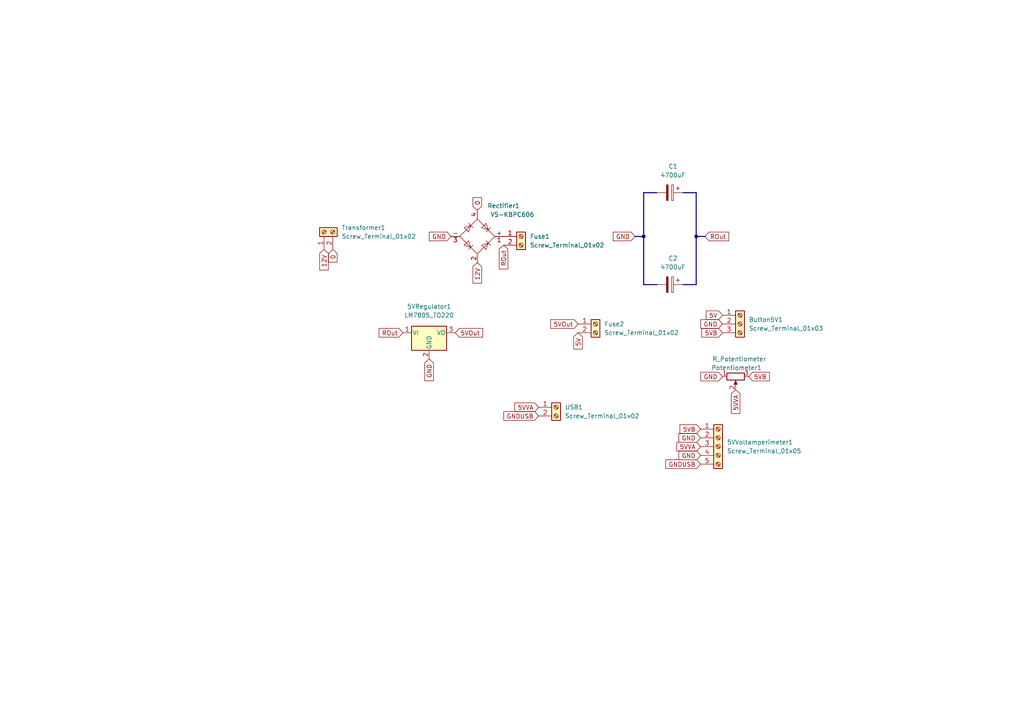
<source format=kicad_sch>
(kicad_sch (version 20211123) (generator eeschema)
  (paper "A4")
  (lib_symbols
    (symbol "Connector:Screw_Terminal_01x02" (pin_names (offset 1.016) hide)
      (property "Reference" "J" (at 0 2.54 0))
      (property "Value" "Screw_Terminal_01x02" (at 0 -5.08 0))
      (symbol "Screw_Terminal_01x02_1_1"
        (rectangle (start -1.27 1.27) (end 1.27 -3.81) (stroke (width 0.254)) (fill (type background)))
        (circle (center 0 -2.54) (radius 0.635) (stroke (width 0.1524)))
        (polyline (pts (xy -0.5334 -2.2098) (xy 0.3302 -3.048)) (stroke (width 0.1524)))
        (polyline (pts (xy -0.5334 0.3302) (xy 0.3302 -0.508)) (stroke (width 0.1524)))
        (polyline (pts (xy -0.3556 -2.032) (xy 0.508 -2.8702)) (stroke (width 0.1524)))
        (polyline (pts (xy -0.3556 0.508) (xy 0.508 -0.3302)) (stroke (width 0.1524)))
        (circle (center 0 0) (radius 0.635) (stroke (width 0.1524)))
        (pin passive line (at -5.08 0 0) (length 3.81) (name "Pin_1") (number "1"))
        (pin passive line (at -5.08 -2.54 0) (length 3.81) (name "Pin_2") (number "2"))
      )
    )
    (symbol "Connector:Screw_Terminal_01x03" (pin_names (offset 1.016) hide)
      (property "Reference" "J" (at 0 5.08 0))
      (property "Value" "Screw_Terminal_01x03" (at 0 -5.08 0))
      (symbol "Screw_Terminal_01x03_1_1"
        (rectangle (start -1.27 3.81) (end 1.27 -3.81) (stroke (width 0.254)) (fill (type background)))
        (circle (center 0 -2.54) (radius 0.635) (stroke (width 0.1524)))
        (polyline (pts (xy -0.5334 -2.2098) (xy 0.3302 -3.048)) (stroke (width 0.1524)))
        (polyline (pts (xy -0.5334 0.3302) (xy 0.3302 -0.508)) (stroke (width 0.1524)))
        (polyline (pts (xy -0.5334 2.8702) (xy 0.3302 2.032)) (stroke (width 0.1524)))
        (polyline (pts (xy -0.3556 -2.032) (xy 0.508 -2.8702)) (stroke (width 0.1524)))
        (polyline (pts (xy -0.3556 0.508) (xy 0.508 -0.3302)) (stroke (width 0.1524)))
        (polyline (pts (xy -0.3556 3.048) (xy 0.508 2.2098)) (stroke (width 0.1524)))
        (circle (center 0 0) (radius 0.635) (stroke (width 0.1524)))
        (circle (center 0 2.54) (radius 0.635) (stroke (width 0.1524)))
        (pin passive line (at -5.08 2.54 0) (length 3.81) (name "Pin_1") (number "1"))
        (pin passive line (at -5.08 0 0) (length 3.81) (name "Pin_2") (number "2"))
        (pin passive line (at -5.08 -2.54 0) (length 3.81) (name "Pin_3") (number "3"))
      )
    )
    (symbol "Connector:Screw_Terminal_01x05" (pin_names (offset 1.016) hide)
      (property "Reference" "J" (at 0 7.62 0))
      (property "Value" "Screw_Terminal_01x05" (at 0 -7.62 0))
      (symbol "Screw_Terminal_01x05_1_1"
        (rectangle (start -1.27 6.35) (end 1.27 -6.35) (stroke (width 0.254)) (fill (type background)))
        (circle (center 0 -5.08) (radius 0.635) (stroke (width 0.1524)))
        (circle (center 0 -2.54) (radius 0.635) (stroke (width 0.1524)))
        (polyline (pts (xy -0.5334 -4.7498) (xy 0.3302 -5.588)) (stroke (width 0.1524)))
        (polyline (pts (xy -0.5334 -2.2098) (xy 0.3302 -3.048)) (stroke (width 0.1524)))
        (polyline (pts (xy -0.5334 0.3302) (xy 0.3302 -0.508)) (stroke (width 0.1524)))
        (polyline (pts (xy -0.5334 2.8702) (xy 0.3302 2.032)) (stroke (width 0.1524)))
        (polyline (pts (xy -0.5334 5.4102) (xy 0.3302 4.572)) (stroke (width 0.1524)))
        (polyline (pts (xy -0.3556 -4.572) (xy 0.508 -5.4102)) (stroke (width 0.1524)))
        (polyline (pts (xy -0.3556 -2.032) (xy 0.508 -2.8702)) (stroke (width 0.1524)))
        (polyline (pts (xy -0.3556 0.508) (xy 0.508 -0.3302)) (stroke (width 0.1524)))
        (polyline (pts (xy -0.3556 3.048) (xy 0.508 2.2098)) (stroke (width 0.1524)))
        (polyline (pts (xy -0.3556 5.588) (xy 0.508 4.7498)) (stroke (width 0.1524)))
        (circle (center 0 0) (radius 0.635) (stroke (width 0.1524)))
        (circle (center 0 2.54) (radius 0.635) (stroke (width 0.1524)))
        (circle (center 0 5.08) (radius 0.635) (stroke (width 0.1524)))
        (pin passive line (at -5.08 5.08 0) (length 3.81) (name "Pin_1") (number "1"))
        (pin passive line (at -5.08 2.54 0) (length 3.81) (name "Pin_2") (number "2"))
        (pin passive line (at -5.08 0 0) (length 3.81) (name "Pin_3") (number "3"))
        (pin passive line (at -5.08 -2.54 0) (length 3.81) (name "Pin_4") (number "4"))
        (pin passive line (at -5.08 -5.08 0) (length 3.81) (name "Pin_5") (number "5"))
      )
    )
    (symbol "Device:C_Polarized" (pin_numbers hide) (pin_names (offset 0.254))
      (property "Reference" "C" (at 0.635 2.54 0))
      (property "Value" "C_Polarized" (at 0.635 -2.54 0))
      (symbol "C_Polarized_0_1"
        (rectangle (start -2.286 0.508) (end 2.286 1.016))
        (polyline (pts (xy -1.778 2.286) (xy -0.762 2.286)))
        (polyline (pts (xy -1.27 2.794) (xy -1.27 1.778)))
        (rectangle (start 2.286 -0.508) (end -2.286 -1.016) (fill (type outline)))
      )
      (symbol "C_Polarized_1_1"
        (pin passive line (at 0 3.81 270) (length 2.794) (name "~") (number "1"))
        (pin passive line (at 0 -3.81 90) (length 2.794) (name "~") (number "2"))
      )
    )
    (symbol "Device:R_Potentiometer" (pin_names (offset 1.016) hide)
      (property "Reference" "Potentiometer" (at 8.89 2.54 90))
      (property "Value" "R_Potentiometer" (at 3.81 5.08 90))
      (symbol "R_Potentiometer_0_1"
        (polyline (pts (xy 2.54 0) (xy 1.524 0)))
        (polyline (pts (xy 1.143 0) (xy 2.286 0.508) (xy 2.286 -0.508) (xy 1.143 0)) (fill (type outline)))
        (rectangle (start 1.016 2.54) (end -1.016 -2.54) (stroke (width 0.254)))
      )
      (symbol "R_Potentiometer_1_1"
        (pin passive line (at 0 -3.81 90) (length 1.27) (name "GND") (number "1"))
        (pin passive line (at 3.81 0 180) (length 1.27) (name "2") (number "2"))
        (pin passive line (at 0 3.81 270) (length 1.27) (name "V") (number "3"))
      )
    )
    (symbol "Diode_Bridge:VS-KBPC606" (pin_names (offset 0))
      (property "Reference" "D" (at 2.54 6.985 0))
      (property "Value" "VS-KBPC606" (at 2.54 5.08 0))
      (symbol "VS-KBPC606_0_1"
        (polyline (pts (xy -2.54 3.81) (xy -1.27 2.54)))
        (polyline (pts (xy -1.27 -2.54) (xy -2.54 -3.81)))
        (polyline (pts (xy 2.54 -1.27) (xy 3.81 -2.54)))
        (polyline (pts (xy 2.54 1.27) (xy 3.81 2.54)))
        (polyline (pts (xy -3.81 2.54) (xy -2.54 1.27) (xy -1.905 3.175) (xy -3.81 2.54)))
        (polyline (pts (xy -2.54 -1.27) (xy -3.81 -2.54) (xy -1.905 -3.175) (xy -2.54 -1.27)))
        (polyline (pts (xy 1.27 2.54) (xy 2.54 3.81) (xy 3.175 1.905) (xy 1.27 2.54)))
        (polyline (pts (xy 3.175 -1.905) (xy 1.27 -2.54) (xy 2.54 -3.81) (xy 3.175 -1.905)))
        (polyline (pts (xy -5.08 0) (xy 0 -5.08) (xy 5.08 0) (xy 0 5.08) (xy -5.08 0)))
      )
      (symbol "VS-KBPC606_1_1"
        (pin passive line (at 7.62 0 180) (length 2.54) (name "+") (number "1"))
        (pin passive line (at 0 -7.62 90) (length 2.54) (name "~") (number "2"))
        (pin passive line (at -7.62 0 0) (length 2.54) (name "-") (number "3"))
        (pin passive line (at 0 7.62 270) (length 2.54) (name "~") (number "4"))
      )
    )
    (symbol "Regulator_Linear:LM7805_TO220" (pin_names (offset 0.254))
      (property "Reference" "U" (at -3.81 3.175 0))
      (property "Value" "LM7805_TO220" (at 0 3.175 0))
      (symbol "LM7805_TO220_0_1"
        (rectangle (start -5.08 1.905) (end 5.08 -5.08) (stroke (width 0.254)) (fill (type background)))
      )
      (symbol "LM7805_TO220_1_1"
        (pin power_in line (at -7.62 0 0) (length 2.54) (name "VI") (number "1"))
        (pin power_in line (at 0 -7.62 90) (length 2.54) (name "GND") (number "2"))
        (pin power_out line (at 7.62 0 180) (length 2.54) (name "VO") (number "3"))
      )
    )
  )
  (junction (at 186.69 68.58))
  (junction (at 201.93 68.58))
  (bus (pts (xy 186.69 55.88) (xy 186.69 68.58)))
  (bus (pts (xy 198.12 82.55) (xy 201.93 82.55)))
  (bus (pts (xy 201.93 68.58) (xy 204.47 68.58)))
  (bus (pts (xy 184.15 68.58) (xy 186.69 68.58)))
  (bus (pts (xy 186.69 82.55) (xy 190.5 82.55)))
  (bus (pts (xy 198.12 55.88) (xy 201.93 55.88)))
  (bus (pts (xy 201.93 68.58) (xy 201.93 55.88)))
  (bus (pts (xy 186.69 68.58) (xy 186.69 82.55)))
  (bus (pts (xy 201.93 68.58) (xy 201.93 82.55)))
  (bus (pts (xy 190.5 55.88) (xy 186.69 55.88)))
  (global_label "ROut" (shape input) (at 116.84 96.52 180) (property "Intersheet References" "${INTERSHEET_REFS}" (effects hide)))
  (global_label "5VOut" (shape input) (at 167.64 93.98 180) (property "Intersheet References" "${INTERSHEET_REFS}" (effects hide)))
  (global_label "ROut" (shape input) (at 146.05 71.12 270) (property "Intersheet References" "${INTERSHEET_REFS}" (effects hide)))
  (global_label "ROut" (shape input) (at 204.47 68.58 0) (property "Intersheet References" "${INTERSHEET_REFS}" (effects hide)))
  (global_label "12V" (shape input) (at 138.43 76.2 270) (property "Intersheet References" "${INTERSHEET_REFS}" (effects hide)))
  (global_label "12V" (shape input) (at 93.98 72.39 270) (property "Intersheet References" "${INTERSHEET_REFS}" (effects hide)))
  (global_label "5VB" (shape input) (at 203.2 124.46 180) (property "Intersheet References" "${INTERSHEET_REFS}" (effects hide)))
  (global_label "5VB" (shape input) (at 209.55 96.52 180) (property "Intersheet References" "${INTERSHEET_REFS}" (effects hide)))
  (global_label "GND" (shape input) (at 203.2 132.08 180) (property "Intersheet References" "${INTERSHEET_REFS}" (effects hide)))
  (global_label "0" (shape input) (at 96.52 72.39 270) (property "Intersheet References" "${INTERSHEET_REFS}" (effects hide)))
  (global_label "GND" (shape input) (at 124.46 104.14 270) (property "Intersheet References" "${INTERSHEET_REFS}" (effects hide)))
  (global_label "5VOut" (shape input) (at 132.08 96.52 0) (property "Intersheet References" "${INTERSHEET_REFS}" (effects hide)))
  (global_label "5VVA" (shape input) (at 213.36 113.03 270) (property "Intersheet References" "${INTERSHEET_REFS}" (effects hide)))
  (global_label "5V" (shape input) (at 209.55 91.44 180) (property "Intersheet References" "${INTERSHEET_REFS}" (effects hide)))
  (global_label "5V" (shape input) (at 167.64 96.52 270) (property "Intersheet References" "${INTERSHEET_REFS}" (effects hide)))
  (global_label "GND" (shape input) (at 209.55 109.22 180) (property "Intersheet References" "${INTERSHEET_REFS}" (effects hide)))
  (global_label "GND" (shape input) (at 203.2 127 180) (property "Intersheet References" "${INTERSHEET_REFS}" (effects hide)))
  (global_label "GND" (shape input) (at 184.15 68.58 180) (property "Intersheet References" "${INTERSHEET_REFS}" (effects hide)))
  (global_label "5VB" (shape input) (at 217.17 109.22 0) (property "Intersheet References" "${INTERSHEET_REFS}" (effects hide)))
  (global_label "GNDUSB" (shape input) (at 156.21 120.65 180) (property "Intersheet References" "${INTERSHEET_REFS}" (effects hide)))
  (global_label "5VVA" (shape input) (at 156.21 118.11 180) (property "Intersheet References" "${INTERSHEET_REFS}" (effects hide)))
  (global_label "5VVA" (shape input) (at 203.2 129.54 180) (property "Intersheet References" "${INTERSHEET_REFS}" (effects hide)))
  (global_label "0" (shape input) (at 138.43 60.96 90) (property "Intersheet References" "${INTERSHEET_REFS}" (effects hide)))
  (global_label "GND" (shape input) (at 130.81 68.58 180) (property "Intersheet References" "${INTERSHEET_REFS}" (effects hide)))
  (global_label "GNDUSB" (shape input) (at 203.2 134.62 180) (property "Intersheet References" "${INTERSHEET_REFS}" (effects hide)))
  (global_label "GND" (shape input) (at 209.55 93.98 180) (property "Intersheet References" "${INTERSHEET_REFS}" (effects hide)))
  (symbol (lib_id "Connector:Screw_Terminal_01x02") (at 161.29 118.11 0) (unit 1)
    (property "Reference" "USB1" (at 163.83 118.1099 0) (effects (justify left)))
    (property "Value" "Screw_Terminal_01x02" (at 163.83 120.6499 0) (effects (justify left)))
    (property "Footprint" "TerminalBlock:TerminalBlock_bornier-2_P5.08mm" (effects hide))
  )
  (symbol (lib_id "Regulator_Linear:LM7805_TO220") (at 124.46 96.52 0) (unit 1)
    (property "Reference" "5VRegulator1" (at 124.46 88.9 0))
    (property "Value" "LM7805_TO220" (at 124.46 91.44 0))
    (property "Footprint" "Package_TO_SOT_THT:TO-220-3_Vertical" (effects hide))
    (property "Datasheet" "https://www.onsemi.cn/PowerSolutions/document/MC7800-D.PDF" (effects hide))
  )
  (symbol (lib_id "Connector:Screw_Terminal_01x02") (at 93.98 67.31 90) (unit 1)
    (property "Reference" "Transformer1" (at 99.06 66.0399 90) (effects (justify right)))
    (property "Value" "Screw_Terminal_01x02" (at 99.06 68.5799 90) (effects (justify right)))
    (property "Footprint" "TerminalBlock:TerminalBlock_bornier-2_P5.08mm" (effects hide))
  )
  (symbol (lib_id "Connector:Screw_Terminal_01x03") (at 214.63 93.98 0) (unit 1)
    (property "Reference" "Button5V1" (at 217.17 92.7099 0) (effects (justify left)))
    (property "Value" "Screw_Terminal_01x03" (at 217.17 95.2499 0) (effects (justify left)))
    (property "Footprint" "TerminalBlock:TerminalBlock_bornier-3_P5.08mm" (effects hide))
  )
  (symbol (lib_id "Device:C_Polarized") (at 194.31 82.55 270) (unit 1)
    (property "Reference" "C2" (at 195.199 74.93 90))
    (property "Value" "4700uF" (at 195.199 77.47 90))
    (property "Footprint" "Capacitor_THT:CP_Radial_D18.0mm_P7.50mm" (effects hide))
  )
  (symbol (lib_id "Device:R_Potentiometer") (at 213.36 109.22 270) (unit 1)
    (property "Reference" "Potentiometer1" (at 220.98 106.68 90) (effects (justify right)))
    (property "Value" "R_Potentiometer" (at 222.25 104.14 90) (effects (justify right)))
    (property "Footprint" "TerminalBlock:TerminalBlock_bornier-3_P5.08mm" (effects hide))
  )
  (symbol (lib_id "Connector:Screw_Terminal_01x05") (at 208.28 129.54 0) (unit 1)
    (property "Reference" "5VVoltamperimeter1" (at 210.82 128.2699 0) (effects (justify left)))
    (property "Value" "Screw_Terminal_01x05" (at 210.82 130.8099 0) (effects (justify left)))
    (property "Footprint" "TerminalBlock:TerminalBlock_bornier-5_P5.08mm" (effects hide))
  )
  (symbol (lib_id "Connector:Screw_Terminal_01x02") (at 172.72 93.98 0) (unit 1)
    (property "Reference" "Fuse2" (at 175.26 93.9799 0) (effects (justify left)))
    (property "Value" "Screw_Terminal_01x02" (at 175.26 96.5199 0) (effects (justify left)))
    (property "Footprint" "TerminalBlock:TerminalBlock_bornier-2_P5.08mm" (effects hide))
  )
  (symbol (lib_id "Connector:Screw_Terminal_01x02") (at 151.13 68.58 0) (unit 1)
    (property "Reference" "Fuse1" (at 153.67 68.5799 0) (effects (justify left)))
    (property "Value" "Screw_Terminal_01x02" (at 153.67 71.1199 0) (effects (justify left)))
    (property "Footprint" "TerminalBlock:TerminalBlock_bornier-2_P5.08mm" (effects hide))
  )
  (symbol (lib_id "Device:C_Polarized") (at 194.31 55.88 270) (unit 1)
    (property "Reference" "C1" (at 195.199 48.26 90))
    (property "Value" "4700uF" (at 195.199 50.8 90))
    (property "Footprint" "Capacitor_THT:CP_Radial_D18.0mm_P7.50mm" (effects hide))
  )
  (symbol (lib_id "Diode_Bridge:VS-KBPC606") (at 138.43 68.58 0) (unit 1)
    (property "Reference" "Rectifier1" (at 146.05 59.69 0))
    (property "Value" "VS-KBPC606" (at 148.59 62.23 0))
    (property "Footprint" "Diode_THT:Diode_Bridge_Vishay_KBPC6" (effects hide))
    (property "Datasheet" "http://www.vishay.com/docs/93585/vs-kbpc1series.pdf" (effects hide))
  )
)
</source>
